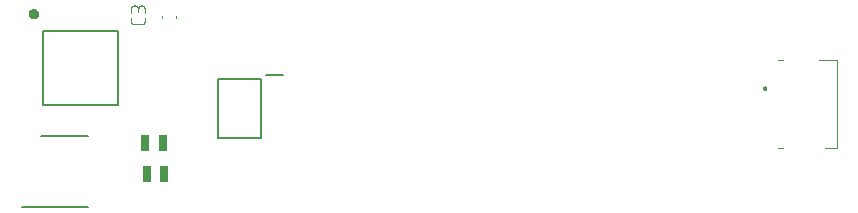
<source format=gbr>
G04 EAGLE Gerber RS-274X export*
G75*
%MOMM*%
%FSLAX34Y34*%
%LPD*%
%INSilkscreen Bottom*%
%IPPOS*%
%AMOC8*
5,1,8,0,0,1.08239X$1,22.5*%
G01*
%ADD10C,0.200000*%
%ADD11C,0.400000*%
%ADD12R,0.650000X1.400000*%
%ADD13C,0.100000*%
%ADD14C,0.100000*%
%ADD15C,0.200000*%
%ADD16C,0.101600*%


D10*
X576030Y520300D02*
X539030Y520300D01*
X539030Y470300D01*
X576030Y470300D01*
X576030Y520300D01*
X579530Y523800D02*
X594030Y523800D01*
X391410Y498090D02*
X391410Y561090D01*
X391410Y498090D02*
X454410Y498090D01*
X454410Y561090D01*
X391410Y561090D01*
D11*
X380910Y575340D02*
X380912Y575429D01*
X380918Y575518D01*
X380928Y575607D01*
X380942Y575695D01*
X380959Y575782D01*
X380981Y575868D01*
X381007Y575954D01*
X381036Y576038D01*
X381069Y576121D01*
X381105Y576202D01*
X381146Y576282D01*
X381189Y576359D01*
X381236Y576435D01*
X381287Y576508D01*
X381340Y576579D01*
X381397Y576648D01*
X381457Y576714D01*
X381520Y576778D01*
X381585Y576838D01*
X381653Y576896D01*
X381724Y576950D01*
X381797Y577001D01*
X381872Y577049D01*
X381949Y577094D01*
X382028Y577135D01*
X382109Y577172D01*
X382191Y577206D01*
X382275Y577237D01*
X382360Y577263D01*
X382446Y577286D01*
X382533Y577304D01*
X382621Y577319D01*
X382710Y577330D01*
X382799Y577337D01*
X382888Y577340D01*
X382977Y577339D01*
X383066Y577334D01*
X383154Y577325D01*
X383243Y577312D01*
X383330Y577295D01*
X383417Y577275D01*
X383503Y577250D01*
X383587Y577222D01*
X383670Y577190D01*
X383752Y577154D01*
X383832Y577115D01*
X383910Y577072D01*
X383986Y577026D01*
X384060Y576976D01*
X384132Y576923D01*
X384201Y576867D01*
X384268Y576808D01*
X384332Y576746D01*
X384393Y576682D01*
X384452Y576614D01*
X384507Y576544D01*
X384559Y576472D01*
X384608Y576397D01*
X384653Y576321D01*
X384695Y576242D01*
X384733Y576162D01*
X384768Y576080D01*
X384799Y575996D01*
X384827Y575911D01*
X384850Y575825D01*
X384870Y575738D01*
X384886Y575651D01*
X384898Y575562D01*
X384906Y575474D01*
X384910Y575385D01*
X384910Y575295D01*
X384906Y575206D01*
X384898Y575118D01*
X384886Y575029D01*
X384870Y574942D01*
X384850Y574855D01*
X384827Y574769D01*
X384799Y574684D01*
X384768Y574600D01*
X384733Y574518D01*
X384695Y574438D01*
X384653Y574359D01*
X384608Y574283D01*
X384559Y574208D01*
X384507Y574136D01*
X384452Y574066D01*
X384393Y573998D01*
X384332Y573934D01*
X384268Y573872D01*
X384201Y573813D01*
X384132Y573757D01*
X384060Y573704D01*
X383986Y573654D01*
X383910Y573608D01*
X383832Y573565D01*
X383752Y573526D01*
X383670Y573490D01*
X383587Y573458D01*
X383503Y573430D01*
X383417Y573405D01*
X383330Y573385D01*
X383243Y573368D01*
X383154Y573355D01*
X383066Y573346D01*
X382977Y573341D01*
X382888Y573340D01*
X382799Y573343D01*
X382710Y573350D01*
X382621Y573361D01*
X382533Y573376D01*
X382446Y573394D01*
X382360Y573417D01*
X382275Y573443D01*
X382191Y573474D01*
X382109Y573508D01*
X382028Y573545D01*
X381949Y573586D01*
X381872Y573631D01*
X381797Y573679D01*
X381724Y573730D01*
X381653Y573784D01*
X381585Y573842D01*
X381520Y573902D01*
X381457Y573966D01*
X381397Y574032D01*
X381340Y574101D01*
X381287Y574172D01*
X381236Y574245D01*
X381189Y574321D01*
X381146Y574398D01*
X381105Y574478D01*
X381069Y574559D01*
X381036Y574642D01*
X381007Y574726D01*
X380981Y574812D01*
X380959Y574898D01*
X380942Y574985D01*
X380928Y575073D01*
X380918Y575162D01*
X380912Y575251D01*
X380910Y575340D01*
D12*
X479096Y439435D03*
X493828Y439435D03*
X477826Y466105D03*
X492558Y466105D03*
D10*
X428940Y411960D02*
X372940Y411960D01*
X388940Y471960D02*
X428940Y471960D01*
D13*
X1053340Y461610D02*
X1063340Y461610D01*
X1063340Y536610D01*
X1048340Y536610D01*
X1017340Y536610D02*
X1013340Y536610D01*
D14*
X1013340Y536610D03*
D13*
X1013340Y461610D02*
X1017340Y461610D01*
D14*
X1013340Y461610D03*
D15*
X1003590Y512110D03*
D10*
X1003588Y512048D01*
X1003582Y511987D01*
X1003573Y511926D01*
X1003560Y511866D01*
X1003543Y511807D01*
X1003522Y511749D01*
X1003498Y511692D01*
X1003471Y511637D01*
X1003440Y511584D01*
X1003406Y511532D01*
X1003369Y511483D01*
X1003329Y511436D01*
X1003286Y511392D01*
X1003241Y511351D01*
X1003193Y511312D01*
X1003142Y511276D01*
X1003090Y511244D01*
X1003036Y511215D01*
X1002980Y511189D01*
X1002922Y511167D01*
X1002864Y511148D01*
X1002804Y511133D01*
X1002743Y511122D01*
X1002682Y511114D01*
X1002621Y511110D01*
X1002559Y511110D01*
X1002498Y511114D01*
X1002437Y511122D01*
X1002376Y511133D01*
X1002316Y511148D01*
X1002258Y511167D01*
X1002200Y511189D01*
X1002144Y511215D01*
X1002090Y511244D01*
X1002038Y511276D01*
X1001987Y511312D01*
X1001939Y511351D01*
X1001894Y511392D01*
X1001851Y511436D01*
X1001811Y511483D01*
X1001774Y511532D01*
X1001740Y511584D01*
X1001709Y511637D01*
X1001682Y511692D01*
X1001658Y511749D01*
X1001637Y511807D01*
X1001620Y511866D01*
X1001607Y511926D01*
X1001598Y511987D01*
X1001592Y512048D01*
X1001590Y512110D01*
D15*
X1001590Y512110D03*
D10*
X1001592Y512172D01*
X1001598Y512233D01*
X1001607Y512294D01*
X1001620Y512354D01*
X1001637Y512413D01*
X1001658Y512471D01*
X1001682Y512528D01*
X1001709Y512583D01*
X1001740Y512636D01*
X1001774Y512688D01*
X1001811Y512737D01*
X1001851Y512784D01*
X1001894Y512828D01*
X1001939Y512869D01*
X1001987Y512908D01*
X1002038Y512944D01*
X1002090Y512976D01*
X1002144Y513005D01*
X1002200Y513031D01*
X1002258Y513053D01*
X1002316Y513072D01*
X1002376Y513087D01*
X1002437Y513098D01*
X1002498Y513106D01*
X1002559Y513110D01*
X1002621Y513110D01*
X1002682Y513106D01*
X1002743Y513098D01*
X1002804Y513087D01*
X1002864Y513072D01*
X1002922Y513053D01*
X1002980Y513031D01*
X1003036Y513005D01*
X1003090Y512976D01*
X1003142Y512944D01*
X1003193Y512908D01*
X1003241Y512869D01*
X1003286Y512828D01*
X1003329Y512784D01*
X1003369Y512737D01*
X1003406Y512688D01*
X1003440Y512636D01*
X1003471Y512583D01*
X1003498Y512528D01*
X1003522Y512471D01*
X1003543Y512413D01*
X1003560Y512354D01*
X1003573Y512294D01*
X1003582Y512233D01*
X1003588Y512172D01*
X1003590Y512110D01*
D13*
X491840Y571770D02*
X491840Y573770D01*
X503840Y573770D02*
X503840Y571770D01*
D16*
X465328Y571566D02*
X465328Y568969D01*
X465330Y568870D01*
X465336Y568770D01*
X465345Y568671D01*
X465358Y568573D01*
X465375Y568475D01*
X465396Y568377D01*
X465421Y568281D01*
X465449Y568186D01*
X465481Y568092D01*
X465516Y567999D01*
X465555Y567907D01*
X465598Y567817D01*
X465643Y567729D01*
X465693Y567642D01*
X465745Y567558D01*
X465801Y567475D01*
X465859Y567395D01*
X465921Y567317D01*
X465986Y567242D01*
X466054Y567169D01*
X466124Y567099D01*
X466197Y567031D01*
X466272Y566966D01*
X466350Y566904D01*
X466430Y566846D01*
X466513Y566790D01*
X466597Y566738D01*
X466684Y566688D01*
X466772Y566643D01*
X466862Y566600D01*
X466954Y566561D01*
X467047Y566526D01*
X467141Y566494D01*
X467236Y566466D01*
X467332Y566441D01*
X467430Y566420D01*
X467528Y566403D01*
X467626Y566390D01*
X467725Y566381D01*
X467825Y566375D01*
X467924Y566373D01*
X474416Y566373D01*
X474515Y566375D01*
X474615Y566381D01*
X474714Y566390D01*
X474812Y566403D01*
X474910Y566420D01*
X475008Y566441D01*
X475104Y566466D01*
X475199Y566494D01*
X475293Y566526D01*
X475386Y566561D01*
X475478Y566600D01*
X475568Y566643D01*
X475656Y566688D01*
X475743Y566738D01*
X475827Y566790D01*
X475910Y566846D01*
X475990Y566904D01*
X476068Y566966D01*
X476143Y567031D01*
X476216Y567099D01*
X476286Y567169D01*
X476354Y567242D01*
X476419Y567317D01*
X476481Y567395D01*
X476539Y567475D01*
X476595Y567558D01*
X476647Y567642D01*
X476697Y567729D01*
X476742Y567817D01*
X476785Y567907D01*
X476824Y567999D01*
X476859Y568091D01*
X476891Y568186D01*
X476919Y568281D01*
X476944Y568377D01*
X476965Y568475D01*
X476982Y568573D01*
X476995Y568671D01*
X477004Y568770D01*
X477010Y568870D01*
X477012Y568969D01*
X477012Y571566D01*
X465328Y575931D02*
X465328Y579176D01*
X465330Y579289D01*
X465336Y579402D01*
X465346Y579515D01*
X465360Y579628D01*
X465377Y579740D01*
X465399Y579851D01*
X465424Y579961D01*
X465454Y580071D01*
X465487Y580179D01*
X465524Y580286D01*
X465564Y580392D01*
X465609Y580496D01*
X465657Y580599D01*
X465708Y580700D01*
X465763Y580799D01*
X465821Y580896D01*
X465883Y580991D01*
X465948Y581084D01*
X466016Y581174D01*
X466087Y581262D01*
X466162Y581348D01*
X466239Y581431D01*
X466319Y581511D01*
X466402Y581588D01*
X466488Y581663D01*
X466576Y581734D01*
X466666Y581802D01*
X466759Y581867D01*
X466854Y581929D01*
X466951Y581987D01*
X467050Y582042D01*
X467151Y582093D01*
X467254Y582141D01*
X467358Y582186D01*
X467464Y582226D01*
X467571Y582263D01*
X467679Y582296D01*
X467789Y582326D01*
X467899Y582351D01*
X468010Y582373D01*
X468122Y582390D01*
X468235Y582404D01*
X468348Y582414D01*
X468461Y582420D01*
X468574Y582422D01*
X468687Y582420D01*
X468800Y582414D01*
X468913Y582404D01*
X469026Y582390D01*
X469138Y582373D01*
X469249Y582351D01*
X469359Y582326D01*
X469469Y582296D01*
X469577Y582263D01*
X469684Y582226D01*
X469790Y582186D01*
X469894Y582141D01*
X469997Y582093D01*
X470098Y582042D01*
X470197Y581987D01*
X470294Y581929D01*
X470389Y581867D01*
X470482Y581802D01*
X470572Y581734D01*
X470660Y581663D01*
X470746Y581588D01*
X470829Y581511D01*
X470909Y581431D01*
X470986Y581348D01*
X471061Y581262D01*
X471132Y581174D01*
X471200Y581084D01*
X471265Y580991D01*
X471327Y580896D01*
X471385Y580799D01*
X471440Y580700D01*
X471491Y580599D01*
X471539Y580496D01*
X471584Y580392D01*
X471624Y580286D01*
X471661Y580179D01*
X471694Y580071D01*
X471724Y579961D01*
X471749Y579851D01*
X471771Y579740D01*
X471788Y579628D01*
X471802Y579515D01*
X471812Y579402D01*
X471818Y579289D01*
X471820Y579176D01*
X477012Y579826D02*
X477012Y575931D01*
X477012Y579826D02*
X477010Y579927D01*
X477004Y580027D01*
X476994Y580127D01*
X476981Y580227D01*
X476963Y580326D01*
X476942Y580425D01*
X476917Y580522D01*
X476888Y580619D01*
X476855Y580714D01*
X476819Y580808D01*
X476779Y580900D01*
X476736Y580991D01*
X476689Y581080D01*
X476639Y581167D01*
X476585Y581253D01*
X476528Y581336D01*
X476468Y581416D01*
X476405Y581495D01*
X476338Y581571D01*
X476269Y581644D01*
X476197Y581714D01*
X476123Y581782D01*
X476046Y581847D01*
X475966Y581908D01*
X475884Y581967D01*
X475800Y582022D01*
X475714Y582074D01*
X475626Y582123D01*
X475536Y582168D01*
X475444Y582210D01*
X475351Y582248D01*
X475256Y582282D01*
X475161Y582313D01*
X475064Y582340D01*
X474966Y582363D01*
X474867Y582383D01*
X474767Y582398D01*
X474667Y582410D01*
X474567Y582418D01*
X474466Y582422D01*
X474366Y582422D01*
X474265Y582418D01*
X474165Y582410D01*
X474065Y582398D01*
X473965Y582383D01*
X473866Y582363D01*
X473768Y582340D01*
X473671Y582313D01*
X473576Y582282D01*
X473481Y582248D01*
X473388Y582210D01*
X473296Y582168D01*
X473206Y582123D01*
X473118Y582074D01*
X473032Y582022D01*
X472948Y581967D01*
X472866Y581908D01*
X472786Y581847D01*
X472709Y581782D01*
X472635Y581714D01*
X472563Y581644D01*
X472494Y581571D01*
X472427Y581495D01*
X472364Y581416D01*
X472304Y581336D01*
X472247Y581253D01*
X472193Y581167D01*
X472143Y581080D01*
X472096Y580991D01*
X472053Y580900D01*
X472013Y580808D01*
X471977Y580714D01*
X471944Y580619D01*
X471915Y580522D01*
X471890Y580425D01*
X471869Y580326D01*
X471851Y580227D01*
X471838Y580127D01*
X471828Y580027D01*
X471822Y579927D01*
X471820Y579826D01*
X471819Y579826D02*
X471819Y577229D01*
M02*

</source>
